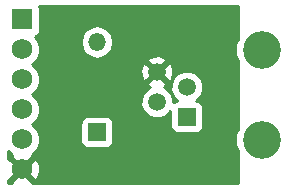
<source format=gbl>
G04 (created by PCBNEW (22-Jun-2014 BZR 4027)-stable) date Wed 04 Apr 2018 07:53:19 PM CDT*
%MOIN*%
G04 Gerber Fmt 3.4, Leading zero omitted, Abs format*
%FSLAX34Y34*%
G01*
G70*
G90*
G04 APERTURE LIST*
%ADD10C,0.00590551*%
%ADD11C,0.059*%
%ADD12R,0.059X0.059*%
%ADD13C,0.125984*%
%ADD14R,0.069X0.069*%
%ADD15C,0.069*%
%ADD16O,0.059X0.059*%
%ADD17C,0.01*%
G04 APERTURE END LIST*
G54D10*
G54D11*
X73000Y-44000D03*
X73000Y-43000D03*
G54D12*
X74000Y-44500D03*
G54D11*
X74000Y-43500D03*
G54D13*
X76500Y-42251D03*
X76500Y-45251D03*
G54D14*
X68500Y-41250D03*
G54D15*
X68500Y-42250D03*
X68500Y-43250D03*
X68500Y-44250D03*
X68500Y-45250D03*
X68500Y-46250D03*
G54D12*
X71000Y-45000D03*
G54D16*
X71000Y-42000D03*
G54D10*
G36*
X75700Y-46700D02*
X74545Y-46700D01*
X74545Y-43392D01*
X74462Y-43191D01*
X74309Y-43038D01*
X74108Y-42955D01*
X73892Y-42954D01*
X73691Y-43037D01*
X73549Y-43179D01*
X73549Y-43080D01*
X73538Y-42864D01*
X73477Y-42715D01*
X73382Y-42688D01*
X73311Y-42759D01*
X73311Y-42617D01*
X73284Y-42522D01*
X73080Y-42450D01*
X72864Y-42461D01*
X72715Y-42522D01*
X72688Y-42617D01*
X73000Y-42929D01*
X73311Y-42617D01*
X73311Y-42759D01*
X73070Y-43000D01*
X73382Y-43311D01*
X73477Y-43284D01*
X73549Y-43080D01*
X73549Y-43179D01*
X73538Y-43190D01*
X73455Y-43391D01*
X73454Y-43607D01*
X73537Y-43808D01*
X73684Y-43954D01*
X73655Y-43954D01*
X73563Y-43992D01*
X73544Y-44011D01*
X73545Y-43892D01*
X73462Y-43691D01*
X73309Y-43538D01*
X73223Y-43502D01*
X73284Y-43477D01*
X73311Y-43382D01*
X73000Y-43070D01*
X72929Y-43141D01*
X72929Y-43000D01*
X72617Y-42688D01*
X72522Y-42715D01*
X72450Y-42919D01*
X72461Y-43135D01*
X72522Y-43284D01*
X72617Y-43311D01*
X72929Y-43000D01*
X72929Y-43141D01*
X72688Y-43382D01*
X72715Y-43477D01*
X72781Y-43500D01*
X72691Y-43537D01*
X72538Y-43690D01*
X72455Y-43891D01*
X72454Y-44107D01*
X72537Y-44308D01*
X72690Y-44461D01*
X72891Y-44544D01*
X73107Y-44545D01*
X73308Y-44462D01*
X73454Y-44315D01*
X73454Y-44844D01*
X73492Y-44936D01*
X73563Y-45006D01*
X73655Y-45044D01*
X73754Y-45045D01*
X74344Y-45045D01*
X74436Y-45007D01*
X74506Y-44936D01*
X74544Y-44844D01*
X74545Y-44745D01*
X74545Y-44155D01*
X74507Y-44063D01*
X74436Y-43993D01*
X74344Y-43955D01*
X74315Y-43955D01*
X74461Y-43809D01*
X74544Y-43608D01*
X74545Y-43392D01*
X74545Y-46700D01*
X71545Y-46700D01*
X71545Y-45245D01*
X71545Y-44655D01*
X71545Y-44655D01*
X71545Y-42010D01*
X71545Y-41989D01*
X71503Y-41780D01*
X71385Y-41603D01*
X71208Y-41485D01*
X71000Y-41444D01*
X70791Y-41485D01*
X70614Y-41603D01*
X70496Y-41780D01*
X70455Y-41989D01*
X70455Y-42010D01*
X70496Y-42219D01*
X70614Y-42396D01*
X70791Y-42514D01*
X71000Y-42555D01*
X71208Y-42514D01*
X71385Y-42396D01*
X71503Y-42219D01*
X71545Y-42010D01*
X71545Y-44655D01*
X71507Y-44563D01*
X71436Y-44493D01*
X71344Y-44455D01*
X71245Y-44454D01*
X70655Y-44454D01*
X70563Y-44492D01*
X70493Y-44563D01*
X70455Y-44655D01*
X70454Y-44754D01*
X70454Y-45344D01*
X70492Y-45436D01*
X70563Y-45506D01*
X70655Y-45544D01*
X70754Y-45545D01*
X71344Y-45545D01*
X71436Y-45507D01*
X71506Y-45436D01*
X71544Y-45344D01*
X71545Y-45245D01*
X71545Y-46700D01*
X69099Y-46700D01*
X69099Y-46342D01*
X69089Y-46106D01*
X69018Y-45935D01*
X68918Y-45902D01*
X68570Y-46250D01*
X68918Y-46597D01*
X69018Y-46564D01*
X69099Y-46342D01*
X69099Y-46700D01*
X68837Y-46700D01*
X68847Y-46668D01*
X68500Y-46320D01*
X68152Y-46668D01*
X68162Y-46700D01*
X68050Y-46700D01*
X68050Y-46587D01*
X68081Y-46597D01*
X68429Y-46250D01*
X68081Y-45902D01*
X68050Y-45912D01*
X68050Y-45641D01*
X68162Y-45754D01*
X68175Y-45759D01*
X68152Y-45831D01*
X68500Y-46179D01*
X68847Y-45831D01*
X68824Y-45759D01*
X68836Y-45754D01*
X69004Y-45587D01*
X69094Y-45368D01*
X69095Y-45132D01*
X69004Y-44913D01*
X68841Y-44749D01*
X69004Y-44587D01*
X69094Y-44368D01*
X69095Y-44132D01*
X69004Y-43913D01*
X68841Y-43749D01*
X69004Y-43587D01*
X69094Y-43368D01*
X69095Y-43132D01*
X69004Y-42913D01*
X68841Y-42749D01*
X69004Y-42587D01*
X69094Y-42368D01*
X69095Y-42132D01*
X69004Y-41913D01*
X68924Y-41832D01*
X68986Y-41807D01*
X69056Y-41736D01*
X69094Y-41644D01*
X69095Y-41545D01*
X69095Y-40855D01*
X69072Y-40800D01*
X75700Y-40800D01*
X75700Y-41884D01*
X75620Y-42076D01*
X75619Y-42426D01*
X75700Y-42620D01*
X75700Y-44884D01*
X75620Y-45076D01*
X75619Y-45426D01*
X75700Y-45620D01*
X75700Y-46700D01*
X75700Y-46700D01*
G37*
G54D17*
X75700Y-46700D02*
X74545Y-46700D01*
X74545Y-43392D01*
X74462Y-43191D01*
X74309Y-43038D01*
X74108Y-42955D01*
X73892Y-42954D01*
X73691Y-43037D01*
X73549Y-43179D01*
X73549Y-43080D01*
X73538Y-42864D01*
X73477Y-42715D01*
X73382Y-42688D01*
X73311Y-42759D01*
X73311Y-42617D01*
X73284Y-42522D01*
X73080Y-42450D01*
X72864Y-42461D01*
X72715Y-42522D01*
X72688Y-42617D01*
X73000Y-42929D01*
X73311Y-42617D01*
X73311Y-42759D01*
X73070Y-43000D01*
X73382Y-43311D01*
X73477Y-43284D01*
X73549Y-43080D01*
X73549Y-43179D01*
X73538Y-43190D01*
X73455Y-43391D01*
X73454Y-43607D01*
X73537Y-43808D01*
X73684Y-43954D01*
X73655Y-43954D01*
X73563Y-43992D01*
X73544Y-44011D01*
X73545Y-43892D01*
X73462Y-43691D01*
X73309Y-43538D01*
X73223Y-43502D01*
X73284Y-43477D01*
X73311Y-43382D01*
X73000Y-43070D01*
X72929Y-43141D01*
X72929Y-43000D01*
X72617Y-42688D01*
X72522Y-42715D01*
X72450Y-42919D01*
X72461Y-43135D01*
X72522Y-43284D01*
X72617Y-43311D01*
X72929Y-43000D01*
X72929Y-43141D01*
X72688Y-43382D01*
X72715Y-43477D01*
X72781Y-43500D01*
X72691Y-43537D01*
X72538Y-43690D01*
X72455Y-43891D01*
X72454Y-44107D01*
X72537Y-44308D01*
X72690Y-44461D01*
X72891Y-44544D01*
X73107Y-44545D01*
X73308Y-44462D01*
X73454Y-44315D01*
X73454Y-44844D01*
X73492Y-44936D01*
X73563Y-45006D01*
X73655Y-45044D01*
X73754Y-45045D01*
X74344Y-45045D01*
X74436Y-45007D01*
X74506Y-44936D01*
X74544Y-44844D01*
X74545Y-44745D01*
X74545Y-44155D01*
X74507Y-44063D01*
X74436Y-43993D01*
X74344Y-43955D01*
X74315Y-43955D01*
X74461Y-43809D01*
X74544Y-43608D01*
X74545Y-43392D01*
X74545Y-46700D01*
X71545Y-46700D01*
X71545Y-45245D01*
X71545Y-44655D01*
X71545Y-44655D01*
X71545Y-42010D01*
X71545Y-41989D01*
X71503Y-41780D01*
X71385Y-41603D01*
X71208Y-41485D01*
X71000Y-41444D01*
X70791Y-41485D01*
X70614Y-41603D01*
X70496Y-41780D01*
X70455Y-41989D01*
X70455Y-42010D01*
X70496Y-42219D01*
X70614Y-42396D01*
X70791Y-42514D01*
X71000Y-42555D01*
X71208Y-42514D01*
X71385Y-42396D01*
X71503Y-42219D01*
X71545Y-42010D01*
X71545Y-44655D01*
X71507Y-44563D01*
X71436Y-44493D01*
X71344Y-44455D01*
X71245Y-44454D01*
X70655Y-44454D01*
X70563Y-44492D01*
X70493Y-44563D01*
X70455Y-44655D01*
X70454Y-44754D01*
X70454Y-45344D01*
X70492Y-45436D01*
X70563Y-45506D01*
X70655Y-45544D01*
X70754Y-45545D01*
X71344Y-45545D01*
X71436Y-45507D01*
X71506Y-45436D01*
X71544Y-45344D01*
X71545Y-45245D01*
X71545Y-46700D01*
X69099Y-46700D01*
X69099Y-46342D01*
X69089Y-46106D01*
X69018Y-45935D01*
X68918Y-45902D01*
X68570Y-46250D01*
X68918Y-46597D01*
X69018Y-46564D01*
X69099Y-46342D01*
X69099Y-46700D01*
X68837Y-46700D01*
X68847Y-46668D01*
X68500Y-46320D01*
X68152Y-46668D01*
X68162Y-46700D01*
X68050Y-46700D01*
X68050Y-46587D01*
X68081Y-46597D01*
X68429Y-46250D01*
X68081Y-45902D01*
X68050Y-45912D01*
X68050Y-45641D01*
X68162Y-45754D01*
X68175Y-45759D01*
X68152Y-45831D01*
X68500Y-46179D01*
X68847Y-45831D01*
X68824Y-45759D01*
X68836Y-45754D01*
X69004Y-45587D01*
X69094Y-45368D01*
X69095Y-45132D01*
X69004Y-44913D01*
X68841Y-44749D01*
X69004Y-44587D01*
X69094Y-44368D01*
X69095Y-44132D01*
X69004Y-43913D01*
X68841Y-43749D01*
X69004Y-43587D01*
X69094Y-43368D01*
X69095Y-43132D01*
X69004Y-42913D01*
X68841Y-42749D01*
X69004Y-42587D01*
X69094Y-42368D01*
X69095Y-42132D01*
X69004Y-41913D01*
X68924Y-41832D01*
X68986Y-41807D01*
X69056Y-41736D01*
X69094Y-41644D01*
X69095Y-41545D01*
X69095Y-40855D01*
X69072Y-40800D01*
X75700Y-40800D01*
X75700Y-41884D01*
X75620Y-42076D01*
X75619Y-42426D01*
X75700Y-42620D01*
X75700Y-44884D01*
X75620Y-45076D01*
X75619Y-45426D01*
X75700Y-45620D01*
X75700Y-46700D01*
M02*

</source>
